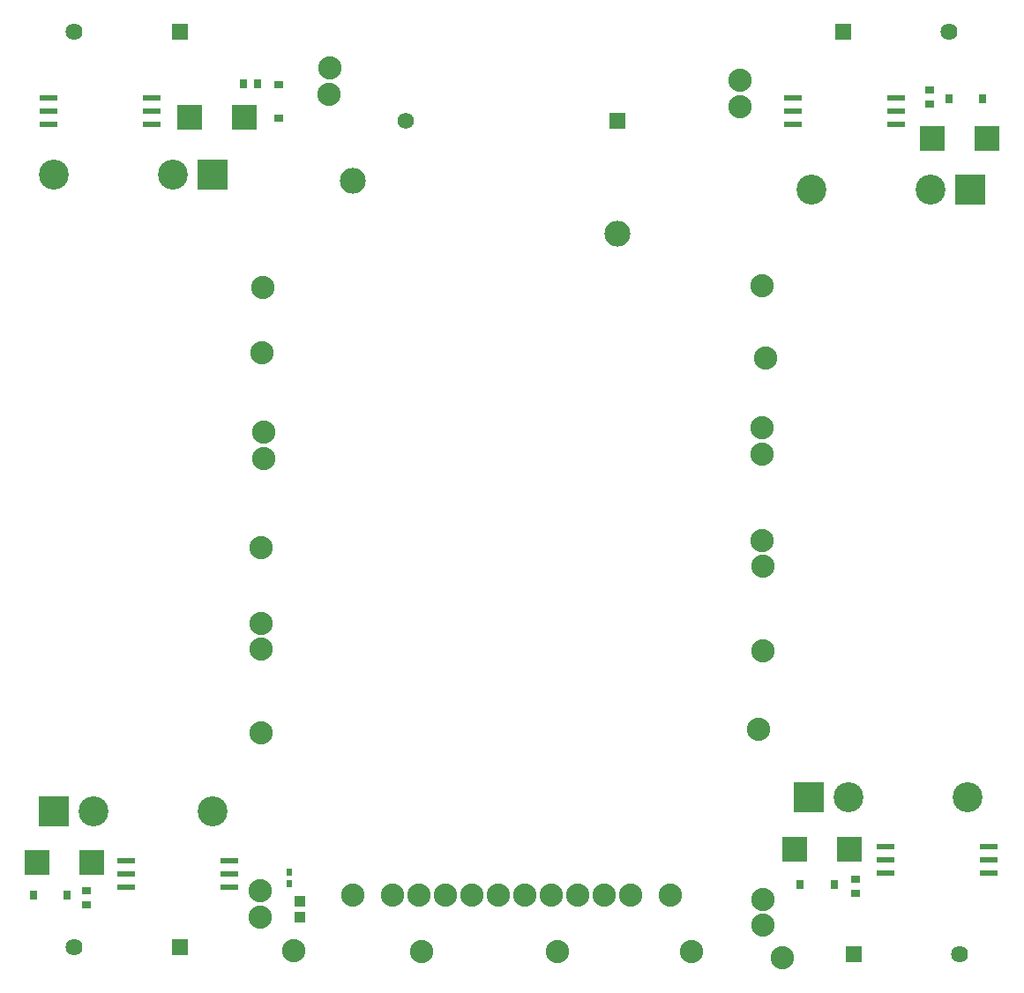
<source format=gts>
G04*
G04 #@! TF.GenerationSoftware,Altium Limited,Altium Designer,21.5.1 (32)*
G04*
G04 Layer_Color=8388736*
%FSLAX25Y25*%
%MOIN*%
G70*
G04*
G04 #@! TF.SameCoordinates,40DED969-F63B-4BA1-A5F3-3E20095EF234*
G04*
G04*
G04 #@! TF.FilePolarity,Negative*
G04*
G01*
G75*
%ADD15R,0.02593X0.03197*%
%ADD16R,0.03197X0.02593*%
%ADD18R,0.02200X0.02600*%
%ADD19R,0.09500X0.09500*%
%ADD20R,0.03500X0.02600*%
%ADD21R,0.02600X0.03500*%
%ADD22R,0.06953X0.02208*%
%ADD23R,0.04461X0.04225*%
%ADD24C,0.08800*%
%ADD25C,0.09800*%
%ADD26C,0.11312*%
%ADD27R,0.11312X0.11312*%
%ADD28R,0.06200X0.06200*%
%ADD29C,0.06200*%
%ADD30R,0.06400X0.06400*%
%ADD31C,0.06400*%
D15*
X95564Y351378D02*
D03*
X100893D02*
D03*
D16*
X36122Y46463D02*
D03*
Y41135D02*
D03*
X354724Y343793D02*
D03*
Y349121D02*
D03*
X326772Y45564D02*
D03*
Y50893D02*
D03*
D18*
X112894Y49016D02*
D03*
Y53516D02*
D03*
D19*
X75098Y338681D02*
D03*
X95798D02*
D03*
X17406Y56988D02*
D03*
X38106D02*
D03*
X355693Y330807D02*
D03*
X376393D02*
D03*
X303642Y62205D02*
D03*
X324342D02*
D03*
D20*
X108661Y338482D02*
D03*
Y351282D02*
D03*
D21*
X15943Y44685D02*
D03*
X28743D02*
D03*
X374904Y345866D02*
D03*
X362104D02*
D03*
X305903Y48819D02*
D03*
X318703D02*
D03*
D22*
X21828Y346043D02*
D03*
Y341043D02*
D03*
Y336043D02*
D03*
X60653D02*
D03*
Y341043D02*
D03*
Y346043D02*
D03*
X89983Y47756D02*
D03*
Y52756D02*
D03*
Y57756D02*
D03*
X51158D02*
D03*
Y52756D02*
D03*
Y47756D02*
D03*
X303127Y346142D02*
D03*
Y341142D02*
D03*
Y336142D02*
D03*
X341952D02*
D03*
Y341142D02*
D03*
Y346142D02*
D03*
X376991Y53071D02*
D03*
Y58071D02*
D03*
Y63071D02*
D03*
X338166D02*
D03*
Y58071D02*
D03*
Y53071D02*
D03*
D23*
X116831Y42539D02*
D03*
Y36595D02*
D03*
D24*
X162885Y23516D02*
D03*
X114460Y23910D02*
D03*
X299204Y21154D02*
D03*
X291527Y275189D02*
D03*
X292618Y247933D02*
D03*
X101862Y36606D02*
D03*
X282964Y352650D02*
D03*
X101960Y137689D02*
D03*
X291527Y211607D02*
D03*
X102059Y176173D02*
D03*
X101960Y106095D02*
D03*
X127916Y347564D02*
D03*
X101862Y46449D02*
D03*
X103043Y209835D02*
D03*
X101960Y147630D02*
D03*
X291626Y137197D02*
D03*
X290149Y107571D02*
D03*
X291527Y178929D02*
D03*
X291626Y168988D02*
D03*
X291626Y43299D02*
D03*
Y33358D02*
D03*
X102649Y274402D02*
D03*
X102452Y249894D02*
D03*
X282964Y342709D02*
D03*
X127945Y357571D02*
D03*
X291527Y221646D02*
D03*
X102963Y219970D02*
D03*
X213968Y23614D02*
D03*
X264657Y23516D02*
D03*
X256882Y44705D02*
D03*
X241882D02*
D03*
X231882D02*
D03*
X221882D02*
D03*
X211882D02*
D03*
X201882D02*
D03*
X191882D02*
D03*
X181882D02*
D03*
X171882D02*
D03*
X161882D02*
D03*
X136882D02*
D03*
X151882D02*
D03*
D25*
X236882Y294705D02*
D03*
X136882Y314705D02*
D03*
D26*
X23701Y317224D02*
D03*
X68701D02*
D03*
X38858Y76476D02*
D03*
X83858D02*
D03*
X355217Y311417D02*
D03*
X310216D02*
D03*
X324114Y81693D02*
D03*
X369114D02*
D03*
D27*
X83701Y317224D02*
D03*
X23858Y76476D02*
D03*
X370216Y311417D02*
D03*
X309114Y81693D02*
D03*
D28*
X236860Y337402D02*
D03*
D29*
X156860D02*
D03*
D30*
X71543Y371100D02*
D03*
X71595Y25000D02*
D03*
X322158Y371100D02*
D03*
X326095Y22621D02*
D03*
D31*
X31543Y371100D02*
D03*
X31594Y25000D02*
D03*
X362158Y371100D02*
D03*
X366095Y22621D02*
D03*
M02*

</source>
